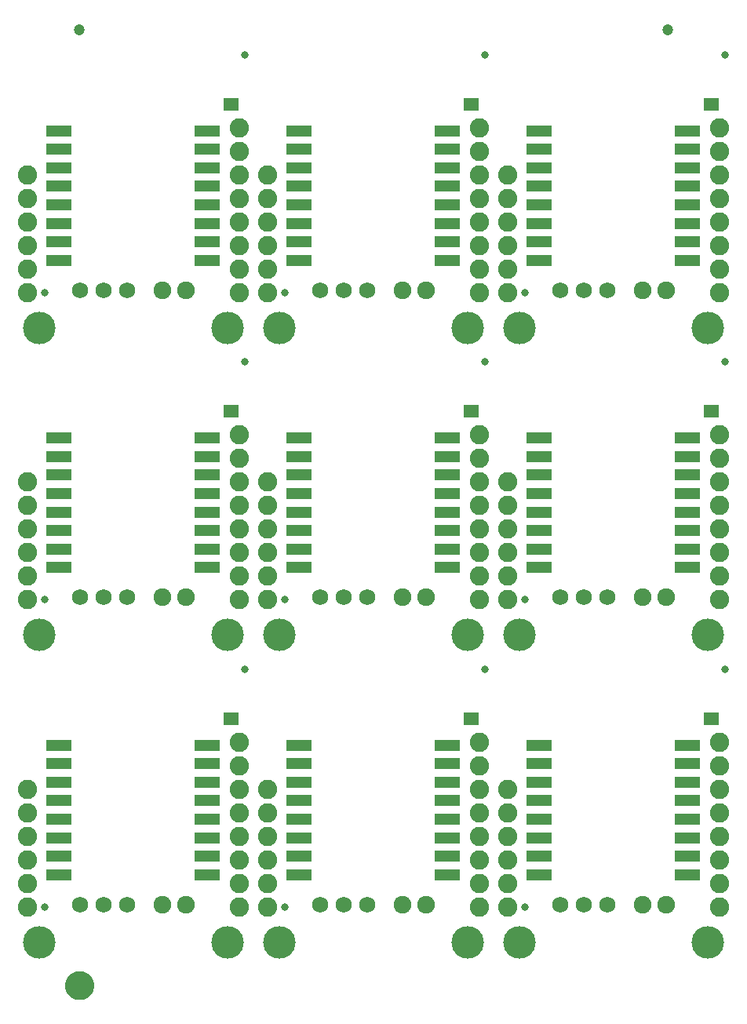
<source format=gbs>
G75*
%MOIN*%
%OFA0B0*%
%FSLAX25Y25*%
%IPPOS*%
%LPD*%
%AMOC8*
5,1,8,0,0,1.08239X$1,22.5*
%
%ADD10R,0.11036X0.05131*%
%ADD11C,0.08200*%
%ADD12C,0.07550*%
%ADD13C,0.06800*%
%ADD14R,0.03300X0.05800*%
%ADD15C,0.03300*%
%ADD16C,0.13800*%
%ADD17C,0.04737*%
%ADD18C,0.05000*%
%ADD19C,0.06706*%
D10*
X0047254Y0067411D03*
X0047254Y0075285D03*
X0047254Y0083159D03*
X0047254Y0091033D03*
X0047254Y0098907D03*
X0047254Y0106781D03*
X0047254Y0114656D03*
X0047254Y0122530D03*
X0110246Y0122530D03*
X0110246Y0114656D03*
X0110246Y0106781D03*
X0110246Y0098907D03*
X0110246Y0091033D03*
X0110246Y0083159D03*
X0110246Y0075285D03*
X0110246Y0067411D03*
X0149254Y0067411D03*
X0149254Y0075285D03*
X0149254Y0083159D03*
X0149254Y0091033D03*
X0149254Y0098907D03*
X0149254Y0106781D03*
X0149254Y0114656D03*
X0149254Y0122530D03*
X0212246Y0122530D03*
X0212246Y0114656D03*
X0212246Y0106781D03*
X0212246Y0098907D03*
X0212246Y0091033D03*
X0212246Y0083159D03*
X0212246Y0075285D03*
X0212246Y0067411D03*
X0251254Y0067411D03*
X0251254Y0075285D03*
X0251254Y0083159D03*
X0251254Y0091033D03*
X0251254Y0098907D03*
X0251254Y0106781D03*
X0251254Y0114656D03*
X0251254Y0122530D03*
X0314246Y0122530D03*
X0314246Y0114656D03*
X0314246Y0106781D03*
X0314246Y0098907D03*
X0314246Y0091033D03*
X0314246Y0083159D03*
X0314246Y0075285D03*
X0314246Y0067411D03*
X0314246Y0197911D03*
X0314246Y0205785D03*
X0314246Y0213659D03*
X0314246Y0221533D03*
X0314246Y0229407D03*
X0314246Y0237281D03*
X0314246Y0245156D03*
X0314246Y0253030D03*
X0251254Y0253030D03*
X0251254Y0245156D03*
X0251254Y0237281D03*
X0251254Y0229407D03*
X0251254Y0221533D03*
X0251254Y0213659D03*
X0251254Y0205785D03*
X0251254Y0197911D03*
X0212246Y0197911D03*
X0212246Y0205785D03*
X0212246Y0213659D03*
X0212246Y0221533D03*
X0212246Y0229407D03*
X0212246Y0237281D03*
X0212246Y0245156D03*
X0212246Y0253030D03*
X0149254Y0253030D03*
X0149254Y0245156D03*
X0149254Y0237281D03*
X0149254Y0229407D03*
X0149254Y0221533D03*
X0149254Y0213659D03*
X0149254Y0205785D03*
X0149254Y0197911D03*
X0110246Y0197911D03*
X0110246Y0205785D03*
X0110246Y0213659D03*
X0110246Y0221533D03*
X0110246Y0229407D03*
X0110246Y0237281D03*
X0110246Y0245156D03*
X0110246Y0253030D03*
X0047254Y0253030D03*
X0047254Y0245156D03*
X0047254Y0237281D03*
X0047254Y0229407D03*
X0047254Y0221533D03*
X0047254Y0213659D03*
X0047254Y0205785D03*
X0047254Y0197911D03*
X0047254Y0328411D03*
X0047254Y0336285D03*
X0047254Y0344159D03*
X0047254Y0352033D03*
X0047254Y0359907D03*
X0047254Y0367781D03*
X0047254Y0375656D03*
X0047254Y0383530D03*
X0110246Y0383530D03*
X0110246Y0375656D03*
X0110246Y0367781D03*
X0110246Y0359907D03*
X0110246Y0352033D03*
X0110246Y0344159D03*
X0110246Y0336285D03*
X0110246Y0328411D03*
X0149254Y0328411D03*
X0149254Y0336285D03*
X0149254Y0344159D03*
X0149254Y0352033D03*
X0149254Y0359907D03*
X0149254Y0367781D03*
X0149254Y0375656D03*
X0149254Y0383530D03*
X0212246Y0383530D03*
X0212246Y0375656D03*
X0212246Y0367781D03*
X0212246Y0359907D03*
X0212246Y0352033D03*
X0212246Y0344159D03*
X0212246Y0336285D03*
X0212246Y0328411D03*
X0251254Y0328411D03*
X0251254Y0336285D03*
X0251254Y0344159D03*
X0251254Y0352033D03*
X0251254Y0359907D03*
X0251254Y0367781D03*
X0251254Y0375656D03*
X0251254Y0383530D03*
X0314246Y0383530D03*
X0314246Y0375656D03*
X0314246Y0367781D03*
X0314246Y0359907D03*
X0314246Y0352033D03*
X0314246Y0344159D03*
X0314246Y0336285D03*
X0314246Y0328411D03*
D11*
X0327750Y0324750D03*
X0327750Y0314750D03*
X0327750Y0334750D03*
X0327750Y0344750D03*
X0327750Y0354750D03*
X0327750Y0364750D03*
X0327750Y0374750D03*
X0327750Y0384750D03*
X0237750Y0364750D03*
X0237750Y0354750D03*
X0237750Y0344750D03*
X0237750Y0334750D03*
X0237750Y0324750D03*
X0237750Y0314750D03*
X0225750Y0314750D03*
X0225750Y0324750D03*
X0225750Y0334750D03*
X0225750Y0344750D03*
X0225750Y0354750D03*
X0225750Y0364750D03*
X0225750Y0374750D03*
X0225750Y0384750D03*
X0135750Y0364750D03*
X0135750Y0354750D03*
X0135750Y0344750D03*
X0135750Y0334750D03*
X0135750Y0324750D03*
X0135750Y0314750D03*
X0123750Y0314750D03*
X0123750Y0324750D03*
X0123750Y0334750D03*
X0123750Y0344750D03*
X0123750Y0354750D03*
X0123750Y0364750D03*
X0123750Y0374750D03*
X0123750Y0384750D03*
X0033750Y0364750D03*
X0033750Y0354750D03*
X0033750Y0344750D03*
X0033750Y0334750D03*
X0033750Y0324750D03*
X0033750Y0314750D03*
X0033750Y0234250D03*
X0033750Y0224250D03*
X0033750Y0214250D03*
X0033750Y0204250D03*
X0033750Y0194250D03*
X0033750Y0184250D03*
X0033750Y0103750D03*
X0033750Y0093750D03*
X0033750Y0083750D03*
X0033750Y0073750D03*
X0033750Y0063750D03*
X0033750Y0053750D03*
X0123750Y0053750D03*
X0123750Y0063750D03*
X0123750Y0073750D03*
X0123750Y0083750D03*
X0123750Y0093750D03*
X0123750Y0103750D03*
X0123750Y0113750D03*
X0123750Y0123750D03*
X0135750Y0103750D03*
X0135750Y0093750D03*
X0135750Y0083750D03*
X0135750Y0073750D03*
X0135750Y0063750D03*
X0135750Y0053750D03*
X0225750Y0053750D03*
X0225750Y0063750D03*
X0225750Y0073750D03*
X0225750Y0083750D03*
X0225750Y0093750D03*
X0225750Y0103750D03*
X0225750Y0113750D03*
X0225750Y0123750D03*
X0237750Y0103750D03*
X0237750Y0093750D03*
X0237750Y0083750D03*
X0237750Y0073750D03*
X0237750Y0063750D03*
X0237750Y0053750D03*
X0327750Y0053750D03*
X0327750Y0063750D03*
X0327750Y0073750D03*
X0327750Y0083750D03*
X0327750Y0093750D03*
X0327750Y0103750D03*
X0327750Y0113750D03*
X0327750Y0123750D03*
X0327750Y0184250D03*
X0327750Y0194250D03*
X0327750Y0204250D03*
X0327750Y0214250D03*
X0327750Y0224250D03*
X0327750Y0234250D03*
X0327750Y0244250D03*
X0327750Y0254250D03*
X0237750Y0234250D03*
X0237750Y0224250D03*
X0237750Y0214250D03*
X0237750Y0204250D03*
X0237750Y0194250D03*
X0237750Y0184250D03*
X0225750Y0184250D03*
X0225750Y0194250D03*
X0225750Y0204250D03*
X0225750Y0214250D03*
X0225750Y0224250D03*
X0225750Y0234250D03*
X0225750Y0244250D03*
X0225750Y0254250D03*
X0135750Y0234250D03*
X0135750Y0224250D03*
X0135750Y0214250D03*
X0135750Y0204250D03*
X0135750Y0194250D03*
X0135750Y0184250D03*
X0123750Y0184250D03*
X0123750Y0194250D03*
X0123750Y0204250D03*
X0123750Y0214250D03*
X0123750Y0224250D03*
X0123750Y0234250D03*
X0123750Y0244250D03*
X0123750Y0254250D03*
D12*
X0101250Y0315750D03*
X0091250Y0315750D03*
X0193250Y0315750D03*
X0203250Y0315750D03*
X0295250Y0315750D03*
X0305250Y0315750D03*
X0305250Y0185250D03*
X0295250Y0185250D03*
X0203250Y0185250D03*
X0193250Y0185250D03*
X0101250Y0185250D03*
X0091250Y0185250D03*
X0091250Y0054750D03*
X0101250Y0054750D03*
X0193250Y0054750D03*
X0203250Y0054750D03*
X0295250Y0054750D03*
X0305250Y0054750D03*
D13*
X0280250Y0054750D03*
X0270250Y0054750D03*
X0260250Y0054750D03*
X0178250Y0054750D03*
X0168250Y0054750D03*
X0158250Y0054750D03*
X0076250Y0054750D03*
X0066250Y0054750D03*
X0056250Y0054750D03*
X0056250Y0185250D03*
X0066250Y0185250D03*
X0076250Y0185250D03*
X0158250Y0185250D03*
X0168250Y0185250D03*
X0178250Y0185250D03*
X0260250Y0185250D03*
X0270250Y0185250D03*
X0280250Y0185250D03*
X0280250Y0315750D03*
X0270250Y0315750D03*
X0260250Y0315750D03*
X0178250Y0315750D03*
X0168250Y0315750D03*
X0158250Y0315750D03*
X0076250Y0315750D03*
X0066250Y0315750D03*
X0056250Y0315750D03*
D14*
X0118650Y0264250D03*
X0121850Y0264250D03*
X0220650Y0264250D03*
X0223850Y0264250D03*
X0322650Y0264250D03*
X0325850Y0264250D03*
X0325850Y0133750D03*
X0322650Y0133750D03*
X0223850Y0133750D03*
X0220650Y0133750D03*
X0121850Y0133750D03*
X0118650Y0133750D03*
X0118650Y0394750D03*
X0121850Y0394750D03*
X0220650Y0394750D03*
X0223850Y0394750D03*
X0322650Y0394750D03*
X0325850Y0394750D03*
D15*
X0330250Y0415750D03*
X0245250Y0314750D03*
X0228250Y0285250D03*
X0143250Y0314750D03*
X0126250Y0285250D03*
X0041250Y0314750D03*
X0126250Y0415750D03*
X0228250Y0415750D03*
X0330250Y0285250D03*
X0245250Y0184250D03*
X0228250Y0154750D03*
X0143250Y0184250D03*
X0126250Y0154750D03*
X0041250Y0184250D03*
X0041250Y0053750D03*
X0143250Y0053750D03*
X0245250Y0053750D03*
X0330250Y0154750D03*
D16*
X0038750Y0038750D03*
X0118750Y0038750D03*
X0140750Y0038750D03*
X0220750Y0038750D03*
X0242750Y0038750D03*
X0322750Y0038750D03*
X0322750Y0169250D03*
X0242750Y0169250D03*
X0220750Y0169250D03*
X0140750Y0169250D03*
X0118750Y0169250D03*
X0038750Y0169250D03*
X0038750Y0299750D03*
X0118750Y0299750D03*
X0140750Y0299750D03*
X0220750Y0299750D03*
X0242750Y0299750D03*
X0322750Y0299750D03*
D17*
X0305750Y0426500D03*
X0055750Y0426500D03*
D18*
X0052185Y0020500D02*
X0052187Y0020619D01*
X0052193Y0020738D01*
X0052203Y0020857D01*
X0052217Y0020975D01*
X0052235Y0021093D01*
X0052256Y0021210D01*
X0052282Y0021326D01*
X0052312Y0021442D01*
X0052345Y0021556D01*
X0052382Y0021669D01*
X0052423Y0021781D01*
X0052468Y0021892D01*
X0052516Y0022001D01*
X0052568Y0022108D01*
X0052624Y0022213D01*
X0052683Y0022317D01*
X0052745Y0022418D01*
X0052811Y0022518D01*
X0052880Y0022615D01*
X0052952Y0022709D01*
X0053028Y0022802D01*
X0053106Y0022891D01*
X0053187Y0022978D01*
X0053272Y0023063D01*
X0053359Y0023144D01*
X0053448Y0023222D01*
X0053541Y0023298D01*
X0053635Y0023370D01*
X0053732Y0023439D01*
X0053832Y0023505D01*
X0053933Y0023567D01*
X0054037Y0023626D01*
X0054142Y0023682D01*
X0054249Y0023734D01*
X0054358Y0023782D01*
X0054469Y0023827D01*
X0054581Y0023868D01*
X0054694Y0023905D01*
X0054808Y0023938D01*
X0054924Y0023968D01*
X0055040Y0023994D01*
X0055157Y0024015D01*
X0055275Y0024033D01*
X0055393Y0024047D01*
X0055512Y0024057D01*
X0055631Y0024063D01*
X0055750Y0024065D01*
X0055869Y0024063D01*
X0055988Y0024057D01*
X0056107Y0024047D01*
X0056225Y0024033D01*
X0056343Y0024015D01*
X0056460Y0023994D01*
X0056576Y0023968D01*
X0056692Y0023938D01*
X0056806Y0023905D01*
X0056919Y0023868D01*
X0057031Y0023827D01*
X0057142Y0023782D01*
X0057251Y0023734D01*
X0057358Y0023682D01*
X0057463Y0023626D01*
X0057567Y0023567D01*
X0057668Y0023505D01*
X0057768Y0023439D01*
X0057865Y0023370D01*
X0057959Y0023298D01*
X0058052Y0023222D01*
X0058141Y0023144D01*
X0058228Y0023063D01*
X0058313Y0022978D01*
X0058394Y0022891D01*
X0058472Y0022802D01*
X0058548Y0022709D01*
X0058620Y0022615D01*
X0058689Y0022518D01*
X0058755Y0022418D01*
X0058817Y0022317D01*
X0058876Y0022213D01*
X0058932Y0022108D01*
X0058984Y0022001D01*
X0059032Y0021892D01*
X0059077Y0021781D01*
X0059118Y0021669D01*
X0059155Y0021556D01*
X0059188Y0021442D01*
X0059218Y0021326D01*
X0059244Y0021210D01*
X0059265Y0021093D01*
X0059283Y0020975D01*
X0059297Y0020857D01*
X0059307Y0020738D01*
X0059313Y0020619D01*
X0059315Y0020500D01*
X0059313Y0020381D01*
X0059307Y0020262D01*
X0059297Y0020143D01*
X0059283Y0020025D01*
X0059265Y0019907D01*
X0059244Y0019790D01*
X0059218Y0019674D01*
X0059188Y0019558D01*
X0059155Y0019444D01*
X0059118Y0019331D01*
X0059077Y0019219D01*
X0059032Y0019108D01*
X0058984Y0018999D01*
X0058932Y0018892D01*
X0058876Y0018787D01*
X0058817Y0018683D01*
X0058755Y0018582D01*
X0058689Y0018482D01*
X0058620Y0018385D01*
X0058548Y0018291D01*
X0058472Y0018198D01*
X0058394Y0018109D01*
X0058313Y0018022D01*
X0058228Y0017937D01*
X0058141Y0017856D01*
X0058052Y0017778D01*
X0057959Y0017702D01*
X0057865Y0017630D01*
X0057768Y0017561D01*
X0057668Y0017495D01*
X0057567Y0017433D01*
X0057463Y0017374D01*
X0057358Y0017318D01*
X0057251Y0017266D01*
X0057142Y0017218D01*
X0057031Y0017173D01*
X0056919Y0017132D01*
X0056806Y0017095D01*
X0056692Y0017062D01*
X0056576Y0017032D01*
X0056460Y0017006D01*
X0056343Y0016985D01*
X0056225Y0016967D01*
X0056107Y0016953D01*
X0055988Y0016943D01*
X0055869Y0016937D01*
X0055750Y0016935D01*
X0055631Y0016937D01*
X0055512Y0016943D01*
X0055393Y0016953D01*
X0055275Y0016967D01*
X0055157Y0016985D01*
X0055040Y0017006D01*
X0054924Y0017032D01*
X0054808Y0017062D01*
X0054694Y0017095D01*
X0054581Y0017132D01*
X0054469Y0017173D01*
X0054358Y0017218D01*
X0054249Y0017266D01*
X0054142Y0017318D01*
X0054037Y0017374D01*
X0053933Y0017433D01*
X0053832Y0017495D01*
X0053732Y0017561D01*
X0053635Y0017630D01*
X0053541Y0017702D01*
X0053448Y0017778D01*
X0053359Y0017856D01*
X0053272Y0017937D01*
X0053187Y0018022D01*
X0053106Y0018109D01*
X0053028Y0018198D01*
X0052952Y0018291D01*
X0052880Y0018385D01*
X0052811Y0018482D01*
X0052745Y0018582D01*
X0052683Y0018683D01*
X0052624Y0018787D01*
X0052568Y0018892D01*
X0052516Y0018999D01*
X0052468Y0019108D01*
X0052423Y0019219D01*
X0052382Y0019331D01*
X0052345Y0019444D01*
X0052312Y0019558D01*
X0052282Y0019674D01*
X0052256Y0019790D01*
X0052235Y0019907D01*
X0052217Y0020025D01*
X0052203Y0020143D01*
X0052193Y0020262D01*
X0052187Y0020381D01*
X0052185Y0020500D01*
D19*
X0055750Y0020500D03*
M02*

</source>
